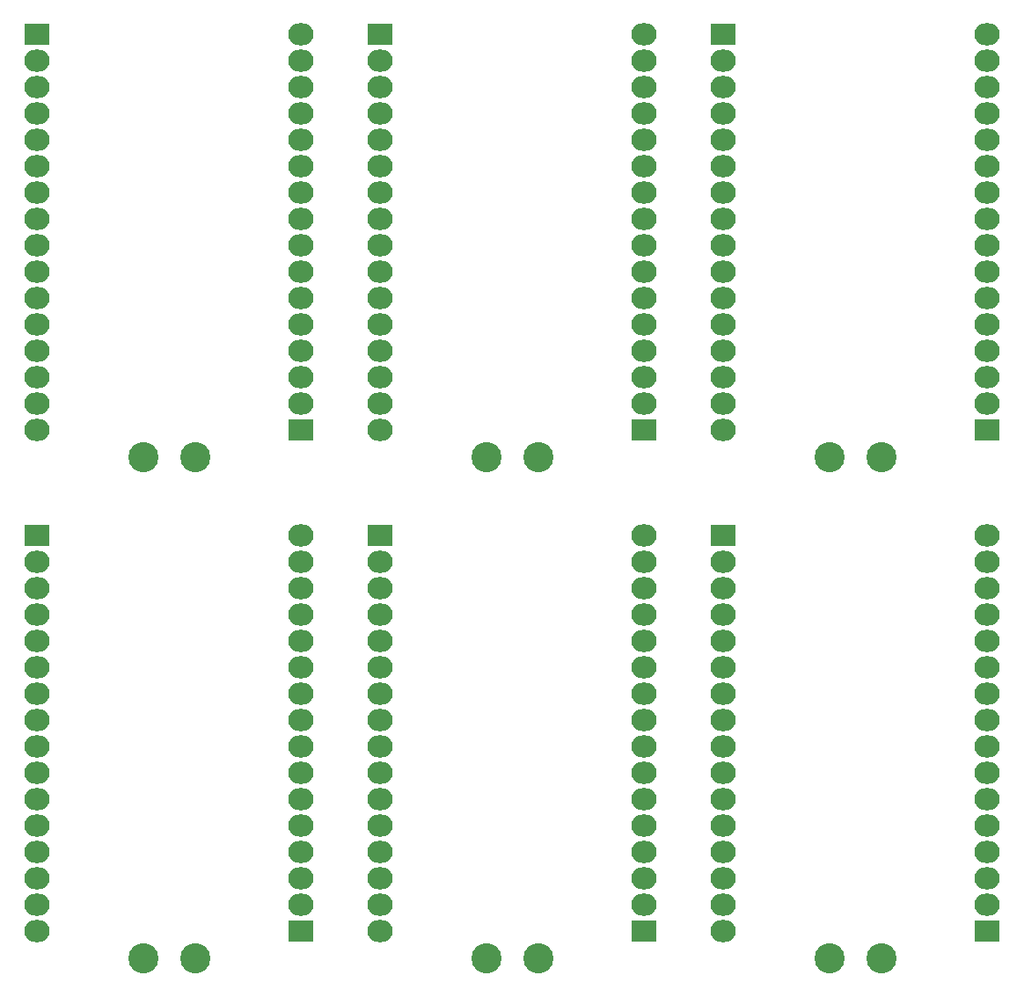
<source format=gbs>
G04 #@! TF.FileFunction,Soldermask,Bot*
%FSLAX46Y46*%
G04 Gerber Fmt 4.6, Leading zero omitted, Abs format (unit mm)*
G04 Created by KiCad (PCBNEW no-vcs-found-undefined) date Sun Nov  6 11:39:55 2016*
%MOMM*%
%LPD*%
G01*
G04 APERTURE LIST*
%ADD10C,0.100000*%
%ADD11R,2.432000X2.127200*%
%ADD12O,2.432000X2.127200*%
%ADD13C,2.900000*%
G04 APERTURE END LIST*
D10*
D11*
X89941400Y-95351600D03*
D12*
X89941400Y-97891600D03*
X89941400Y-100431600D03*
X89941400Y-102971600D03*
X89941400Y-105511600D03*
X89941400Y-108051600D03*
X89941400Y-110591600D03*
X89941400Y-113131600D03*
X89941400Y-115671600D03*
X89941400Y-118211600D03*
X89941400Y-120751600D03*
X89941400Y-123291600D03*
X89941400Y-125831600D03*
X89941400Y-128371600D03*
X89941400Y-130911600D03*
X89941400Y-133451600D03*
X115341400Y-95351600D03*
X115341400Y-97891600D03*
X115341400Y-100431600D03*
X115341400Y-102971600D03*
X115341400Y-105511600D03*
X115341400Y-108051600D03*
X115341400Y-110591600D03*
X115341400Y-113131600D03*
X115341400Y-115671600D03*
X115341400Y-118211600D03*
X115341400Y-120751600D03*
X115341400Y-123291600D03*
X115341400Y-125831600D03*
X115341400Y-128371600D03*
X115341400Y-130911600D03*
D11*
X115341400Y-133451600D03*
D13*
X100177000Y-136025000D03*
X105177000Y-136025000D03*
X72157000Y-136025000D03*
X67157000Y-136025000D03*
D11*
X82321400Y-133451600D03*
D12*
X82321400Y-130911600D03*
X82321400Y-128371600D03*
X82321400Y-125831600D03*
X82321400Y-123291600D03*
X82321400Y-120751600D03*
X82321400Y-118211600D03*
X82321400Y-115671600D03*
X82321400Y-113131600D03*
X82321400Y-110591600D03*
X82321400Y-108051600D03*
X82321400Y-105511600D03*
X82321400Y-102971600D03*
X82321400Y-100431600D03*
X82321400Y-97891600D03*
X82321400Y-95351600D03*
X56921400Y-133451600D03*
X56921400Y-130911600D03*
X56921400Y-128371600D03*
X56921400Y-125831600D03*
X56921400Y-123291600D03*
X56921400Y-120751600D03*
X56921400Y-118211600D03*
X56921400Y-115671600D03*
X56921400Y-113131600D03*
X56921400Y-110591600D03*
X56921400Y-108051600D03*
X56921400Y-105511600D03*
X56921400Y-102971600D03*
X56921400Y-100431600D03*
X56921400Y-97891600D03*
D11*
X56921400Y-95351600D03*
X23901400Y-95351600D03*
D12*
X23901400Y-97891600D03*
X23901400Y-100431600D03*
X23901400Y-102971600D03*
X23901400Y-105511600D03*
X23901400Y-108051600D03*
X23901400Y-110591600D03*
X23901400Y-113131600D03*
X23901400Y-115671600D03*
X23901400Y-118211600D03*
X23901400Y-120751600D03*
X23901400Y-123291600D03*
X23901400Y-125831600D03*
X23901400Y-128371600D03*
X23901400Y-130911600D03*
X23901400Y-133451600D03*
X49301400Y-95351600D03*
X49301400Y-97891600D03*
X49301400Y-100431600D03*
X49301400Y-102971600D03*
X49301400Y-105511600D03*
X49301400Y-108051600D03*
X49301400Y-110591600D03*
X49301400Y-113131600D03*
X49301400Y-115671600D03*
X49301400Y-118211600D03*
X49301400Y-120751600D03*
X49301400Y-123291600D03*
X49301400Y-125831600D03*
X49301400Y-128371600D03*
X49301400Y-130911600D03*
D11*
X49301400Y-133451600D03*
D13*
X34137000Y-136025000D03*
X39137000Y-136025000D03*
X39137000Y-184285000D03*
X34137000Y-184285000D03*
D11*
X49301400Y-181711600D03*
D12*
X49301400Y-179171600D03*
X49301400Y-176631600D03*
X49301400Y-174091600D03*
X49301400Y-171551600D03*
X49301400Y-169011600D03*
X49301400Y-166471600D03*
X49301400Y-163931600D03*
X49301400Y-161391600D03*
X49301400Y-158851600D03*
X49301400Y-156311600D03*
X49301400Y-153771600D03*
X49301400Y-151231600D03*
X49301400Y-148691600D03*
X49301400Y-146151600D03*
X49301400Y-143611600D03*
X23901400Y-181711600D03*
X23901400Y-179171600D03*
X23901400Y-176631600D03*
X23901400Y-174091600D03*
X23901400Y-171551600D03*
X23901400Y-169011600D03*
X23901400Y-166471600D03*
X23901400Y-163931600D03*
X23901400Y-161391600D03*
X23901400Y-158851600D03*
X23901400Y-156311600D03*
X23901400Y-153771600D03*
X23901400Y-151231600D03*
X23901400Y-148691600D03*
X23901400Y-146151600D03*
D11*
X23901400Y-143611600D03*
X56921400Y-143611600D03*
D12*
X56921400Y-146151600D03*
X56921400Y-148691600D03*
X56921400Y-151231600D03*
X56921400Y-153771600D03*
X56921400Y-156311600D03*
X56921400Y-158851600D03*
X56921400Y-161391600D03*
X56921400Y-163931600D03*
X56921400Y-166471600D03*
X56921400Y-169011600D03*
X56921400Y-171551600D03*
X56921400Y-174091600D03*
X56921400Y-176631600D03*
X56921400Y-179171600D03*
X56921400Y-181711600D03*
X82321400Y-143611600D03*
X82321400Y-146151600D03*
X82321400Y-148691600D03*
X82321400Y-151231600D03*
X82321400Y-153771600D03*
X82321400Y-156311600D03*
X82321400Y-158851600D03*
X82321400Y-161391600D03*
X82321400Y-163931600D03*
X82321400Y-166471600D03*
X82321400Y-169011600D03*
X82321400Y-171551600D03*
X82321400Y-174091600D03*
X82321400Y-176631600D03*
X82321400Y-179171600D03*
D11*
X82321400Y-181711600D03*
D13*
X67157000Y-184285000D03*
X72157000Y-184285000D03*
X105177000Y-184285000D03*
X100177000Y-184285000D03*
D11*
X115341400Y-181711600D03*
D12*
X115341400Y-179171600D03*
X115341400Y-176631600D03*
X115341400Y-174091600D03*
X115341400Y-171551600D03*
X115341400Y-169011600D03*
X115341400Y-166471600D03*
X115341400Y-163931600D03*
X115341400Y-161391600D03*
X115341400Y-158851600D03*
X115341400Y-156311600D03*
X115341400Y-153771600D03*
X115341400Y-151231600D03*
X115341400Y-148691600D03*
X115341400Y-146151600D03*
X115341400Y-143611600D03*
X89941400Y-181711600D03*
X89941400Y-179171600D03*
X89941400Y-176631600D03*
X89941400Y-174091600D03*
X89941400Y-171551600D03*
X89941400Y-169011600D03*
X89941400Y-166471600D03*
X89941400Y-163931600D03*
X89941400Y-161391600D03*
X89941400Y-158851600D03*
X89941400Y-156311600D03*
X89941400Y-153771600D03*
X89941400Y-151231600D03*
X89941400Y-148691600D03*
X89941400Y-146151600D03*
D11*
X89941400Y-143611600D03*
M02*

</source>
